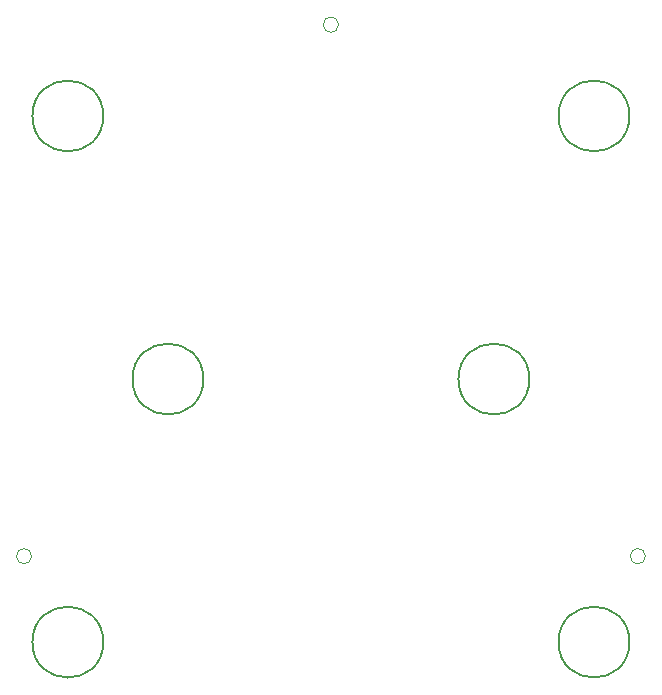
<source format=gbr>
%TF.GenerationSoftware,KiCad,Pcbnew,7.0.6*%
%TF.CreationDate,2023-07-27T21:49:21+01:00*%
%TF.ProjectId,Kiwano,4b697761-6e6f-42e6-9b69-6361645f7063,V1.0*%
%TF.SameCoordinates,Original*%
%TF.FileFunction,Other,Comment*%
%FSLAX46Y46*%
G04 Gerber Fmt 4.6, Leading zero omitted, Abs format (unit mm)*
G04 Created by KiCad (PCBNEW 7.0.6) date 2023-07-27 21:49:21*
%MOMM*%
%LPD*%
G01*
G04 APERTURE LIST*
%ADD10C,0.100000*%
%ADD11C,0.150000*%
G04 APERTURE END LIST*
D10*
%TO.C,H2*%
X75649999Y-30000001D02*
G75*
G03*
X75649999Y-30000001I-650000J0D01*
G01*
%TO.C,H1*%
X101630762Y-74999999D02*
G75*
G03*
X101630762Y-74999999I-650000J0D01*
G01*
D11*
%TO.C,H6*%
X55726137Y-82273864D02*
G75*
G03*
X55726137Y-82273864I-3000000J0D01*
G01*
%TO.C,H9*%
X55726136Y-37726137D02*
G75*
G03*
X55726136Y-37726137I-3000000J0D01*
G01*
%TO.C,H8*%
X100273864Y-82273863D02*
G75*
G03*
X100273864Y-82273863I-3000000J0D01*
G01*
%TO.C,H7*%
X100273863Y-37726136D02*
G75*
G03*
X100273863Y-37726136I-3000000J0D01*
G01*
D10*
%TO.C,H3*%
X49669238Y-75000001D02*
G75*
G03*
X49669238Y-75000001I-650000J0D01*
G01*
D11*
%TO.C,H5*%
X91800003Y-60000000D02*
G75*
G03*
X91800003Y-60000000I-3000000J0D01*
G01*
%TO.C,H4*%
X64200001Y-59999953D02*
G75*
G03*
X64200001Y-59999953I-3000000J0D01*
G01*
%TD*%
M02*

</source>
